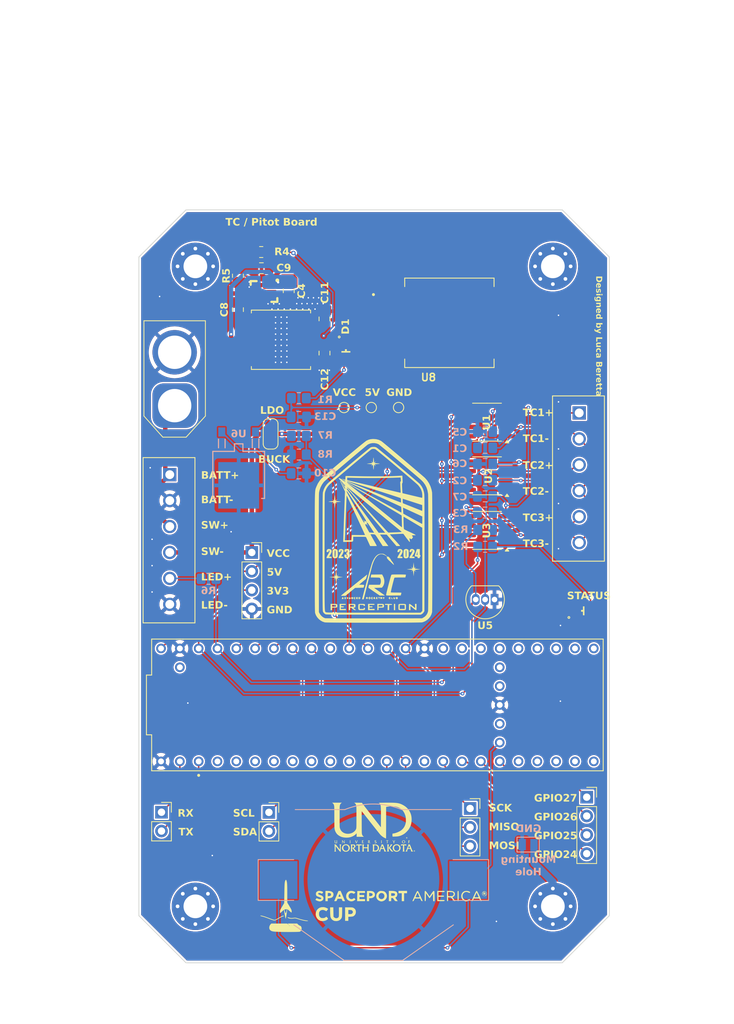
<source format=kicad_pcb>
(kicad_pcb (version 20240108) (generator "pcbnew") (generator_version "8.0")
  (layers (0 "F.Cu" signal) (31 "B.Cu" signal) (34 "B.Paste" user) (35 "F.Paste" user) (36 "B.SilkS" user "B.Silkscreen") (37 "F.SilkS" user "F.Silkscreen") (38 "B.Mask" user) (39 "F.Mask" user) (44 "Edge.Cuts" user))
  (net 0 "")
  (net 1 "GND")
  (net 2 "+3V3")
  (net 3 "+5V")
  (net 4 "+BATT")
  (net 5 "/VBAT_COIN")
  (net 6 "/T1")
  (net 7 "/VBAT_SENSE")
  (net 8 "/LED_GREEN")
  (net 9 "/DS18_TEMP")
  (net 11 "/T-")
  (net 12 "/T2")
  (net 13 "Net-(D1-PadA)")
  (net 14 "Net-(D2-PadA)")
  (net 15 "/T3")
  (net 16 "V_BUCK")
  (net 17 "V_LDO")
  (net 18 "VCC")
  (net 19 "/T1_CS")
  (net 20 "/T2_CS")
  (net 21 "/T3_CS")
  (net 22 "Net-(J3-Pin_5)")
  (net 23 "/SPI_MISO")
  (net 24 "/SPI_SCK")
  (net 25 "/SPI_MOSI")
  (net 26 "/I2C_SCL")
  (net 27 "/I2C_SDA")
  (net 28 "Net-(U4-BST)")
  (net 29 "/TX")
  (net 30 "/RX")
  (net 31 "/GPIO25")
  (net 40 "/GPIO24")
  (net 41 "/GPIO27")
  (net 47 "/GPIO26")
  (net 87 "Net-(JP2-A)")
  (net 88 "/PITOT")
  (net 89 "Net-(U4-SW)")
  (net 90 "Net-(U4-FB)")
  (footprint "Package_SO:SOIC-8_3.9x4.9mm_P1.27mm" (layer "F.Cu") (at 199.39 88.971 180)
    (property "Reference" "U3")
    (property "Value" "MAX31855KASA")
  )
  (footprint "Package_TO_SOT_THT:TO-92_Inline" (layer "F.Cu") (at 200.406 98.298 180)
    (property "Reference" "U5")
    (property "Value" "DS18B20")
  )
  (footprint "MountingHole:MountingHole_3.2mm_M3_Pad_Via" (layer "F.Cu") (at 160.02 53.34)
    (property "Reference" "H1" (hide yes))
    (property "Value" "MountingHole_Pad")
  )
  (footprint "CustomFootprintLib:AP63356 (V-DFN3020-13)" (layer "F.Cu") (at 169.285 56.73 180)
    (property "Reference" "U4" (hide yes))
    (property "Value" "AP63357" (hide yes))
  )
  (footprint "Resistor_SMD:R_0805_2012Metric_Pad1.20x1.40mm_HandSolder" (layer "F.Cu") (at 168.91 51.4096 180)
    (property "Reference" "R4")
    (property "Value" "220k")
  )
  (footprint "Package_SO:SOIC-8_3.9x4.9mm_P1.27mm" (layer "F.Cu") (at 199.39 74.366 180)
    (property "Reference" "U1")
    (property "Value" "MAX31855KASA")
  )
  (footprint "Capacitor_SMD:C_0805_2012Metric_Pad1.18x1.45mm_HandSolder" (layer "F.Cu") (at 177.4516 60.4305 90)
    (property "Reference" "C11")
    (property "Value" "22uF")
  )
  (footprint "CustomFootprintLib:IND_SRN8040TA-6R8M" (layer "F.Cu") (at 171.5786 63.246)
    (property "Reference" "L1" (hide yes))
    (property "Value" "6.8uH")
  )
  (footprint "Package_SO:SOIC-8_3.9x4.9mm_P1.27mm" (layer "F.Cu") (at 199.39 81.605 180)
    (property "Reference" "U2")
    (property "Value" "MAX31855KASA")
  )
  (footprint "TestPoint:TestPoint_Pad_D1.0mm" (layer "F.Cu") (at 187.452 72.39 90)
    (property "Reference" "TP1" (hide yes))
    (property "Value" "GND")
  )
  (footprint "LOGO" (layer "F.Cu") (at 184.15 88.9)
    (property "Reference" "G1" (hide yes))
    (property "Value" "LOGO" (hide yes))
  )
  (footprint "Skyhawkson_Footprints:OSRAM_0805" (layer "F.Cu") (at 180.34 64.77 90)
    (property "Reference" "D1")
    (property "Value" "OSRAM_LSR976-NR-1")
  )
  (footprint "Jumper:SolderJumper-3_P1.3mm_Open_RoundedPad1.0x1.5mm" (layer "F.Cu") (at 170.18 75.946 90)
    (property "Reference" "JP1" (hide yes))
    (property "Value" "Jumper_3_Open")
  )
  (footprint "Capacitor_SMD:C_0805_2012Metric_Pad1.18x1.45mm_HandSolder" (layer "F.Cu") (at 172.6256 56.642 -90)
    (property "Reference" "C4")
    (property "Value" "10uF")
  )
  (footprint "CustomFootprintLib:TERMBLOCK_OSTTE060104" (layer "F.Cu") (at 211.836 73.122 -90)
    (property "Reference" "J1" (hide yes))
    (property "Value" "Screw_Terminal_01x06" (hide yes))
  )
  (footprint "LOGO" (layer "F.Cu") (at 184.013289 139.7)
    (property "Reference" "G***" (hide yes))
    (property "Value" "LOGO" (hide yes))
  )
  (footprint "Connector_PinSocket_2.54mm:PinSocket_1x03_P2.54mm_Vertical" (layer "F.Cu") (at 197.104 126.492)
    (property "Reference" "J6" (hide yes))
    (property "Value" "SPI")
  )
  (footprint "Connector_PinSocket_2.54mm:PinSocket_1x02_P2.54mm_Vertical" (layer "F.Cu") (at 155.448 127)
    (property "Reference" "J9" (hide yes))
    (property "Value" "Serial")
  )
  (footprint "CustomFootprintLib:TERMBLOCK_OSTTE060104" (layer "F.Cu") (at 156.564 81.447 -90)
    (property "Reference" "J3" (hide yes))
    (property "Value" "Screw_Terminal_01x06" (hide yes))
  )
  (footprint "MountingHole:MountingHole_3.2mm_M3_Pad_Via" (layer "F.Cu") (at 208.28 53.34)
    (property "Reference" "H2" (hide yes))
    (property "Value" "MountingHole_Pad")
  )
  (footprint "TestPoint:TestPoint_Pad_D1.0mm" (layer "F.Cu") (at 180.086 72.39)
    (property "Reference" "TP3" (hide yes))
    (property "Value" "VIN")
  )
  (footprint "LOGO" (layer "F.Cu") (at 184.06537 129.032)
    (property "Reference" "G***" (hide yes))
    (property "Value" "LOGO" (hide yes))
  )
  (footprint "CustomFootprintLib:MODULE_DEV-16771" (layer "F.Cu") (at 184.596667 112.522)
    (property "Reference" "U7" (hide yes))
    (property "Value" "DEV-16771")
  )
  (footprint "MountingHole:MountingHole_3.2mm_M3_Pad_Via" (layer "F.Cu") (at 208.28 139.7)
    (property "Reference" "H4" (hide yes))
    (property "Value" "MountingHole_Pad")
  )
  (footprint "Capacitor_SMD:C_0805_2012Metric_Pad1.18x1.45mm_HandSolder" (layer "F.Cu") (at 168.9354 53.594 180)
    (property "Reference" "C9")
    (property "Value" "47pF")
  )
  (footprint "TestPoint:TestPoint_Pad_D1.0mm" (layer "F.Cu") (at 183.769 72.39 90)
    (property "Reference" "TP2" (hide yes))
    (property "Value" "+5V")
  )
  (footprint "Connector_AMASS:AMASS_XT60-M_1x02_P7.20mm_Vertical" (layer "F.Cu") (at 157.226 72.136 90)
    (property "Reference" "J2" (hide yes))
    (property "Value" "XT60PW-M")
  )
  (footprint "MountingHole:MountingHole_3.2mm_M3_Pad_Via" (layer "F.Cu") (at 160.02 139.7)
    (property "Reference" "H3" (hide yes))
    (property "Value" "MountingHole_Pad")
  )
  (footprint "Capacitor_SMD:C_0805_2012Metric_Pad1.18x1.45mm_HandSolder" (layer "F.Cu") (at 165.7676 59.182 -90)
    (property "Reference" "C8")
    (property "Value" "0.1u")
  )
  (footprint "SnapEDA Library:XDCR_MPXV7002DP" (layer "F.Cu") (at 194.31 60.96)
    (property "Reference" "U8")
    (property "Value" "MPXV7002DP")
  )
  (footprint "Connector_PinSocket_2.54mm:PinSocket_1x04_P2.54mm_Vertical" (layer "F.Cu") (at 212.852 124.968)
    (property "Reference" "J5" (hide yes))
    (property "Value" "GPIO")
  )
  (footprint "Skyhawkson_Footprints:OSRAM_0805" (layer "F.Cu") (at 212.344 99.822 180)
    (property "Reference" "D2" (hide yes))
    (property "Value" "OSRAM_LGR971-KN-1")
  )
  (footprint "Resistor_SMD:R_0805_2012Metric_Pad1.20x1.40mm_HandSolder" (layer "F.Cu") (at 165.7676 54.61 -90)
    (property "Reference" "R5")
    (property "Value" "41.2k")
  )
  (footprint "Connector_PinSocket_2.54mm:PinSocket_1x02_P2.54mm_Vertical" (layer "F.Cu") (at 169.951 127.02)
    (property "Reference" "J7" (hide yes))
    (property "Value" "I2C")
  )
  (footprint "Connector_PinSocket_2.54mm:PinSocket_1x04_P2.54mm_Vertical" (layer "F.Cu") (at 167.64 91.948)
    (property "Reference" "J4" (hide yes))
    (property "Value" "POWER")
  )
  (footprint "Capacitor_SMD:C_0805_2012Metric_Pad1.18x1.45mm_HandSolder" (layer "F.Cu") (at 177.4516 65.0455 -90)
    (property "Reference" "C12")
    (property "Value" "22uF")
  )
  (footprint "Capacitor_SMD:C_0805_2012Metric_Pad1.18x1.45mm_HandSolder" (layer "B.Cu") (at 199.136 84.378798 180)
    (property "Reference" "C7")
    (property "Value" "0.1uF")
  )
  (footprint "Resistor_SMD:R_0805_2012Metric_Pad1.20x1.40mm_HandSolder" (layer "B.Cu") (at 161.798 95.504)
    (property "Reference" "R6")
    (property "Value" "R")
  )
  (footprint "Battery:BatteryHolder_Keystone_3002_1x2032" (layer "B.Cu") (at 184.05 136.144 180)
    (property "Reference" "BT1" (hide yes))
    (property "Value" "Battery_Cell")
  )
  (footprint "Resistor_SMD:R_0805_2012Metric_Pad1.20x1.40mm_HandSolder" (layer "B.Cu") (at 199.136 91.186 180)
    (property "Reference" "R2")
    (property "Value" "R")
  )
  (footprint "Resistor_SMD:R_0805_2012Metric_Pad1.20x1.40mm_HandSolder" (layer "B.Cu") (at 173.99 71.12)
    (property "Reference" "R1")
    (property "Value" "R")
  )
  (footprint "Capacitor_SMD:C_0805_2012Metric_Pad1.18x1.45mm_HandSolder" (layer "B.Cu") (at 199.136 80.01 180)
    (property "Reference" "C6")
    (property "Value" "0.1uF")
  )
  (footprint "Capacitor_SMD:C_0805_2012Metric_Pad1.18x1.45mm_HandSolder" (layer "B.Cu") (at 199.136 77.825601)
    (property "Reference" "C1")
    (property "Value" "100n")
  )
  (footprint "Capacitor_SMD:C_0805_2012Metric_Pad1.18x1.45mm_HandSolder" (layer "B.Cu") (at 199.136 82.194399)
    (property "Reference" "C2")
    (property "Value" "100n")
  )
  (footprint "Resistor_SMD:R_0805_2012Metric_Pad1.20x1.40mm_HandSolder" (layer "B.Cu") (at 199.136 88.9)
    (property "Reference" "R3")
    (property "Value" "4.7k")
  )
  (footprint "CustomFootprintLib:TO-252-3-L1_NMD" (layer "B.Cu") (at 165.867999 81.4832)
    (property "Reference" "U6")
    (property "Value" "NJM7805SDL1-TE1")
  )
  (footprint "CustomFootprintLib:SolderJumper" (layer "B.Cu") (at 204.94 131.318 180)
    (property "Reference" "JP2" (hide yes))
    (property "Value" "Jumper_2_Open")
  )
  (footprint "Resistor_SMD:R_0805_2012Metric_Pad1.20x1.40mm_HandSolder" (layer "B.Cu") (at 173.99 76.22)
    (property "Reference" "R7")
    (property "Value" "200k")
  )
  (footprint "Capacitor_SMD:C_0805_2012Metric_Pad1.18x1.45mm_HandSolder" (layer "B.Cu") (at 199.136 75.641202 180)
    (property "Reference" "C5")
    (property "Value" "0.1uF")
  )
  (footprint "Capacitor_SMD:C_0805_2012Metric_Pad1.18x1.45mm_HandSolder" (layer "B.Cu") (at 199.136 86.5632)
    (property "Reference" "C3")
    (property "Value" "100n")
  )
  (footprint "Resistor_SMD:R_0805_2012Metric_Pad1.20x1.40mm_HandSolder" (layer "B.Cu") (at 173.99 78.74 180)
    (property "Reference" "R8")
    (property "Value" "100k")
  )
  (footprint "Capacitor_SMD:C_0805_2012Metric_Pad1.18x1.45mm_HandSolder" (layer "B.Cu") (at 173.99 73.66)
    (property "Reference" "C13")
    (property "Value" "0.1uF")
  )
  (footprint "Capacitor_SMD:C_0805_2012Metric_Pad1.18x1.45mm_HandSolder" (layer "B.Cu") (at 173.99 81.28)
    (property "Reference" "C10")
    (property "Value" "0.33uF")
  )
  (gr_line (start 158.75 147.32) (end 209.55 147.32) (stroke (width 0.1)) (layer "Edge.Cuts"))
  (gr_line (start 209.55 147.32) (end 215.9 140.97) (stroke (width 0.1)) (layer "Edge.Cuts"))
  (gr_line (start 152.4 52.07) (end 152.4 140.97) (stroke (width 0.1)) (layer "Edge.Cuts"))
  (gr_line (start 158.75 45.72) (end 152.4 52.07) (stroke (width 0.1)) (layer "Edge.Cuts"))
  (gr_line (start 152.4 140.97) (end 158.75 147.32) (stroke (width 0.1)) (layer "Edge.Cuts"))
  (gr_line (start 209.55 45.72) (end 158.75 45.72) (stroke (width 0.1)) (layer "Edge.Cuts"))
  (gr_line (start 215.9 52.07) (end 209.55 45.72) (stroke (width 0.1)) (layer "Edge.Cuts"))
  (gr_line (start 215.9 140.97) (end 215.9 52.07) (stroke (width 0.1)) (layer "Edge.Cuts"))
  (gr_text "Mounting\nHole" (at 204.978 135.686 0) (layer "B.SilkS") (effects (font (size 1 1) (thickness 0.2) (bold yes)) (justify bottom mirror)))
  (gr_text "GND" (at 204.978 129.844 0) (layer "B.SilkS") (effects (font (size 1 1) (thickness 0.2) (bold yes)) (justify bottom mirror)))
  (gr_text "TC / Pitot Board" (at 164.084 48.006 0) (layer "F.SilkS") (effects (font (size 1 1) (thickness 0.2) (bold yes)) (justify left bottom)))
  (gr_text "TC3+" (at 204.216 87.884 0) (layer "F.SilkS") (effects (font (size 1 1) (thickness 0.2) (bold yes)) (justify left bottom)))
  (gr_text "TC2+" (at 204.216 80.828 0) (layer "F.SilkS") (effects (font (size 1 1) (thickness 0.2) (bold yes)) (justify left bottom)))
  (gr_text "MISO" (at 199.644 129.604584 0) (layer "F.SilkS") (effects (font (size 1 1) (thickness 0.2) (bold yes)) (justify left bottom)))
  (gr_text "GPIO25" (at 205.74 130.81 0) (layer "F.SilkS") (effects (font (size 1 1) (thickness 0.2) (bold yes)) (justify left bottom)))
  (gr_text "TC3-" (at 204.216 91.384 0) (layer "F.SilkS") (effects (font (size 1 1) (thickness 0.2) (bold yes)) (justify left bottom)))
  (gr_text "TC1-" (at 204.216 77.216 0) (layer "F.SilkS") (effects (font (size 1 1) (thickness 0.2) (bold yes)) (justify left bottom)))
  (gr_text "GPIO27" (at 205.74 125.73 0) (layer "F.SilkS") (effects (font (size 1 1) (thickness 0.2) (bold yes)) (justify left bottom)))
  (gr_text "LDO" (at 168.753677 73.406001 0) (layer "F.SilkS") (effects (font (size 1 1) (thickness 0.2) (bold yes)) (justify left bottom)))
  (gr_text "RX" (at 157.621648 127.762 0) (layer "F.SilkS") (effects (font (size 1 1) (thickness 0.2) (bold yes)) (justify left bottom)))
  (gr_text "LED+" (at 160.782 95.885 0) (layer "F.SilkS") (effects (font (size 1 1) (thickness 0.2) (bold yes)) (justify left bottom)))
  (gr_text "5V" (at 182.88 70.993 0) (layer "F.SilkS") (effects (font (size 1 1) (thickness 0.2) (bold yes)) (justify left bottom)))
  (gr_text "LED-" (at 160.782 99.695 0) (layer "F.SilkS") (effects (font (size 1 1) (thickness 0.2) (bold yes)) (justify left bottom)))
  (gr_text "BUCK" (at 168.499677 80.010001 0) (layer "F.SilkS") (effects (font (size 1 1) (thickness 0.2) (bold yes)) (justify left bottom)))
  (gr_text "GND" (at 169.647 100.33 0) (layer "F.SilkS") (effects (font (size 1 1) (thickness 0.2) (bold yes)) (justify left bottom)))
  (gr_text "GPIO24" (at 205.74 133.35 0) (layer "F.SilkS") (effects (font (size 1 1) (thickness 0.2) (bold yes)) (justify left bottom)))
  (gr_text "BATT+" (at 160.782 82.169 0) (layer "F.SilkS") (effects (font (size 1 1) (thickness 0.2) (bold yes)) (justify left bottom)))
  (gr_text "SCL" (at 165.1 127.762 0) (layer "F.SilkS") (effects (font (size 1 1) (thickness 0.2) (bold yes)) (justify left bottom)))
  (gr_text "SDA" (at 165.1 130.302 0) (layer "F.SilkS") (effects (font (size 1 1) (thickness 0.2) (bold yes)) (justify left bottom)))
  (gr_text "SW+" (at 160.782 88.9 0) (layer "F.SilkS") (effects (font (size 1 1) (thickness 0.2) (bold yes)) (justify left bottom)))
  (gr_text "TX" (at 157.734 130.302 0) (layer "F.SilkS") (effects (font (size 1 1) (thickness 0.2) (bold yes)) (justify left bottom)))
  (gr_text "VCC" (at 178.562 70.993 0) (layer "F.SilkS") (effects (font (size 1 1) (thickness 0.2) (bold yes)) (justify left bottom)))
  (gr_text "TC1+" (at 204.216 73.716 0) (layer "F.SilkS") (effects (font (size 1 1) (thickness 0.2) (bold yes)) (justify left bottom)))
  (gr_text "VCC" (at 169.647 92.71 0) (layer "F.SilkS") (effects (font (size 1 1) (thickness 0.2) (bold yes)) (justify left bottom)))
  (gr_text "TC2-" (at 204.216 84.328 0) (layer "F.SilkS") (effects (font (size 1 1) (thickness 0.2) (bold yes)) (justify left bottom)))
  (gr_text "SCK" (at 199.644 127.064584 0) (layer "F.SilkS") (effects (font (size 1 1) (thickness 0.2) (bold yes)) (justify left bottom)))
  (gr_text "BATT-" (at 160.782 85.471 0) (layer "F.SilkS") (effects (font (size 1 1) (thickness 0.2) (bold yes)) (justify left bottom)))
  (gr_text "Designed by Luca Beretta" (at 213.995 54.61 -90) (layer "F.SilkS") (effects (font (size 0.8 0.8) (thickness 0.2) (bold yes)) (justify left bottom)))
  (gr_text "3V3" (at 169.647 97.79 0) (layer "F.SilkS") (effects (font (size 1 1) (thickness 0.2) (bold yes)) (justify left bottom)))
  (gr_text "SW-" (at 160.782 92.456 0) (layer "F.SilkS") (effects (font (size 1 1) (thickness 0.2) (bold yes)) (justify left bottom)))
  (gr_text "GPIO26" (at 205.74 128.27 0) (layer "F.SilkS") (effects (font (size 1 1) (thickness 0.2) (bold yes)) (justify left bottom)))
  (gr_text "5V" (at 169.672 95.25 0) (layer "F.SilkS") (effects (font (size 1 1) (thickness 0.2) (bold yes)) (justify left bottom)))
  (gr_text "GND\n" (at 185.801 70.995168 0) (layer "F.SilkS") (effects (font (size 1 1) (thickness 0.2) (bold yes)) (justify left bottom)))
  (gr_text "MOSI" (at 199.644 132.144584 0) (layer "F.SilkS") (effects (font (size 1 1) (thickness 0.2) (bold yes)) (justify left bottom)))
  (gr_text "STATUS" (at 210.185 98.425 0) (layer "F.SilkS") (effects (font (size 1 1) (thickness 0.2) (bold yes)) (justify left bottom)))
  (segment (start 200.846055 76.733914) (end 201.402086 76.733914) (width 0.2) (layer "F.Cu") (net 1))
  (segment (start 201.402086 76.733914) (end 201.865 76.271) (width 0.2) (layer "F.Cu") (net 1))
  (via (at 172.367603 66.294) (size 0.5) (drill 0.2) (layers "F.Cu" "B.Cu") (net 1))
  (via (at 176.6642 57.5818) (size 0.5) (drill 0.2) (layers "F.Cu" "B.Cu") (net 1))
  (via (at 171.6096 62.484) (size 0.5) (drill 0.2) (layers "F.Cu" "B.Cu") (net 1))
  (via (at 171.3556 58.3946) (size 0.5) (drill 0.2) (layers "F.Cu" "B.Cu") (net 1))
  (via (at 171.6096 64.008) (size 0.5) (drill 0.2) (layers "F.Cu" "B.Cu") (net 1))
  (via (at 175.2672 57.5818) (size 0.5) (drill 0.2) (layers "F.Cu" "B.Cu") (net 1))
  (via (at 155.194 57.404) (size 0.5) (drill 0.2) (layers "F.Cu" "B.Cu") (net 1))
  (via (at 170.8476 60.198) (size 0.5) (drill 0.2) (layers "F.Cu" "B.Cu") (net 1))
  (via (at 209.042 71.628) (size 0.5) (drill 0.2) (layers "F.Cu" "B.Cu") (net 1))
  (via (at 154.178 97.282) (size 0.5) (drill 0.2) (layers "F.Cu" "B.Cu") (net 1))
  (via (at 200.66 141.732) (size 0.5) (drill 0.2) (layers "F.Cu" "B.Cu") (net 1))
  (via (at 171.18869 59.1058) (size 0.5) (drill 0.2) (layers "F.Cu" "B.Cu") (net 1))
  (via (at 209.042 77.978) (size 0.5) (drill 0.2) (layers "F.Cu" "B.Cu") (net 1))
  (via (at 177.2738 58.3692) (size 0.5) (drill 0.2) (layers "F.Cu" "B.Cu") (net 1))
  (via (at 173.8702 57.5818) (size 0.5) (drill 0.2) (layers "F.Cu" "B.Cu") (net 1))
  (via (at 172.3716 60.96) (size 0.5) (drill 0.2) (layers "F.Cu" "B.Cu") (net 1))
  (via (at 209.042 85.344) (size 0.5) (drill 0.2) (layers "F.Cu" "B.Cu") (net 1))
  (via (at 209.042 59.944) (size 0.5) (drill 0.2) (layers "F.Cu" "B.Cu") (net 1))
  (via (at 174.512458 59.1058) (size 0.5) (drill 0.2) (layers "F.Cu" "B.Cu") (net 1))
  (via (at 171.6096 61.722) (size 0.5) (drill 0.2) (layers "F.Cu" "B.Cu") (net 1))
  (via (at 178.112 67.3608) (size 0.5) (drill 0.2) (layers "F.Cu" "B.Cu") (net 1))
  (via (at 172.3716 60.198) (size 0.5) (drill 0.2) (layers "F.Cu" "B.Cu") (net 1))
  (via (at 171.6096 60.198) (size 0.5) (drill 0.2) (layers "F.Cu" "B.Cu") (net 1))
  (via (at 164.846 89.154) (size 0.5) (drill 0.2) (layers "F.Cu" "B.Cu") (net 1))
  (via (at 176.7404 67.3608) (size 0.5) (drill 0.2) (layers "F.Cu" "B.Cu") (net 1))
  (via (at 172.3716 62.484) (size 0.5) (drill 0.2) (layers "F.Cu" "B.Cu") (net 1))
  (via (at 154.178 90.17) (size 0.5) (drill 0.2) (layers "F.Cu" "B.Cu") (net 1))
  (via (at 174.4036 58.3692) (size 0.5) (drill 0.2) (layers "F.Cu" "B.Cu") (net 1))
  (via (at 170.8476 61.722) (size 0.5) (drill 0.2) (layers "F.Cu" "B.Cu") (net 1))
  (via (at 172.3716 64.008) (size 0.5) (drill 0.2) (layers "F.Cu" "B.Cu") (net 1))
  (via (at 172.019632 59.1058) (size 0.5) (drill 0.2) (layers "F.Cu" "B.Cu") (net 1))
  (via (at 173.7051 58.3692) (size 0.5) (drill 0.2) (layers "F.Cu" "B.Cu") (net 1))
  (via (at 172.3716 65.532) (size 0.5) (drill 0.2) (layers "F.Cu" "B.Cu") (net 1))
  (via (at 209.308897 101.799529) (size 0.5) (drill 0.2) (layers "F.Cu" "B.Cu") (net 1))
  (via (at 175.3434 59.1058) (size 0.5) (drill 0.2) (layers "F.Cu" "B.Cu") (net 1))
  (via (at 172.3716 61.722) (size 0.5) (drill 0.2) (layers "F.Cu" "B.Cu") (net 1))
  (via (at 167.2916 56.134) (size 0.5) (drill 0.2) (layers "F.Cu" "B.Cu") (net 1))
  (via (at 170.8476 62.484) (size 0.5) (drill 0.2) (layers "F.Cu" "B.Cu") (net 1))
  (via (at 170.8476 64.77) (size 0.5) (drill 0.2) (layers "F.Cu" "B.Cu") (net 1))
  (via (at 176.4991 58.3692) (size 0.5) (drill 0.2) (layers "F.Cu" "B.Cu") (net 1))
  (via (at 174.5687 57.5818) (size 0.5) (drill 0.2) (layers "F.Cu" "B.Cu") (net 1))
  (via (at 171.6096 66.294) (size 0.5) (drill 0.2) (layers "F.Cu" "B.Cu") (net 1))
  (via (at 162.306 132.842) (size 0.5) (drill 0.2) (layers "F.Cu" "B.Cu") (net 1))
  (via (at 171.6096 60.96) (size 0.5) (drill 0.2) (layers "F.Cu" "B.Cu") (net 1))
  (via (at 170.5936 58.3946) (size 0.5) (drill 0.2) (layers "F.Cu" "B.Cu") (net 1))
  (via (at 175.9657 57.5818) (size 0.5) (drill 0.2) (layers "F.Cu" "B.Cu") (net 1))
  (via (at 172.3716 64.77) (size 0.5) (drill 0.2) (layers "F.Cu" "B.Cu") (net 1))
  (via (at 209.042 91.44) (size 0.5) (drill 0.2) (layers "F.Cu" "B.Cu") (net 1))
  (via (at 169.8316 58.3946) (size 0.5) (drill 0.2) (layers "F.Cu" "B.Cu") (net 1))
  (via (at 209.296 112.014) (size 0.5) (drill 0.2) (layers "F.Cu" "B.Cu") (net 1))
  (via (at 172.850574 59.1058) (size 0.5) (drill 0.2) (layers "F.Cu" "B.Cu") (net 1))
  (via (at 172.3716 63.246) (size 0.5) (drill 0.2) (layers "F.Cu" "B.Cu") (net 1))
  (via (at 170.8476 60.96) (size 0.5) (drill 0.2) (layers "F.Cu" "B.Cu") (net 1))
  (via (at 170.357748 59.1058) (size 0.5) (drill 0.2) (layers "F.Cu" "B.Cu") (net 1))
  (via (at 171.6096 63.246) (size 0.5) (drill 0.2) (layers "F.Cu" "B.Cu") (net 1))
  (via (at 176.174348 59.1058) (size 0.5) (drill 0.2) (layers "F.Cu" "B.Cu") (net 1))
  (via (at 159.004 112.268) (size 0.5) (drill 0.2) (layers "F.Cu" "B.Cu") (net 1))
  (via (at 167.2916 55.4482) (size 0.5) (drill 0.2) (layers "F.Cu" "B.Cu") (net 1))
  (via (at 200.846055 76.733914) (size 0.5) (drill 0.2) (layers "F.Cu" "B.Cu") (net 1))
  (via (at 170.8476 63.246) (size 0.5) (drill 0.2) (layers "F.Cu" "B.Cu") (net 1))
  (via (at 170.8476 64.008) (size 0.5) (drill 0.2) (layers "F.Cu" "B.Cu") (net 1))
  (via (at 170.8476 65.532) (size 0.5) (drill 0.2) (layers "F.Cu" "B.Cu") (net 1))
  (via (at 153.924 80.518) (size 0.5) (drill 0.2) (layers "F.Cu" "B.Cu") (net 1))
  (via (at 171.6096 65.532) (size 0.5) (drill 0.2) (layers "F.Cu" "B.Cu") (net 1))
  (via (at 175.8006 58.3692) (size 0.5) (drill 0.2) (layers "F.Cu" "B.Cu") (net 1))
  (via (at 177.4008 67.3608) (size 0.5) (drill 0.2) (layers "F.Cu" "B.Cu") (net 1))
  (via (at 175.1021 58.3692) (size 0.5) (drill 0.2) (layers "F.Cu" "B.Cu") (net 1))
  (via (at 154.178 93.726) (size 0.5) (drill 0.2) (layers "F.Cu" "B.Cu") (net 1))
  (via (at 173.681516 59.1058) (size 0.5) (drill 0.2) (layers "F.Cu" "B.Cu") (net 1))
  (via (at 171.6096 64.77) (size 0.5) (drill 0.2) (layers "F.Cu" "B.Cu") (net 1))
  (via (at 170.8476 66.294) (size 0.5) (drill 0.2) (layers "F.Cu" "B.Cu") (net 1))
  (segment (start 169.5522 58.3946) (end 169.8316 58.3946) (width 0.2) (layer "B.Cu") (net 1))
  (segment (start 199.487301 76.733914) (end 198.394589 75.641202) (width 0.2) (layer "B.Cu") (net 1))
  (segment (start 198.394589 75.641202) (end 198.0985 75.641202) (width 0.2) (layer "B.Cu") (net 1))
  (segment (start 167.2916 56.134) (end 169.5522 58.3946) (width 0.2) (layer "B.Cu") (net 1))
  (segment (start 200.846055 76.733914) (end 199.487301 76.733914) (width 0.2) (layer "B.Cu") (net 1))
  (segment (start 201.93 87.001) (end 201.865 87.066) (width 0.2) (layer "F.Cu") (net 2))
  (segment (start 197.358 98.806) (end 197.866 98.298) (width 0.2) (layer "F.Cu") (net 2))
  (segment (start 203.708 79.756) (end 201.921 79.756) (width 0.2) (layer "F.Cu") (net 2))
  (segment (start 201.93 85.598) (end 201.93 87.001) (width 0.2) (layer "F.Cu") (net 2))
  (segment (start 200.589 72.461) (end 200.152 72.898) (width 0.2) (layer "F.Cu") (net 2))
  (segment (start 196.088 110.998) (end 197.358 109.728) (width 0.2) (layer "F.Cu") (net 2))
  (segment (start 160.466667 102.677333) (end 166.116 97.028) (width 0.2) (layer "F.Cu") (net 2))
  (segment (start 204.907 72.461) (end 204.978 72.39) (width 0.2) (layer "F.Cu") (net 2))
  (segment (start 201.921 79.756) (end 201.865 79.7) (width 0.2) (layer "F.Cu") (net 2))
  (segment (start 197.358 109.728) (end 197.358 98.806) (width 0.2) (layer "F.Cu") (net 2))
  (segment (start 160.466667 104.902) (end 160.466667 102.677333) (width 0.2) (layer "F.Cu") (net 2))
  (segment (start 166.116 97.028) (end 167.64 97.028) (width 0.2) (layer "F.Cu") (net 2))
  (segment (start 201.865 72.461) (end 204.907 72.461) (width 0.2) (layer "F.Cu") (net 2))
  (segment (start 201.865 72.461) (end 200.589 72.461) (width 0.2) (layer "F.Cu") (net 2))
  (via (at 203.708 79.756) (size 0.5) (drill 0.2) (layers "F.Cu" "B.Cu") (net 2))
  (via (at 204.978 72.39) (size 0.5) (drill 0.2) (layers "F.Cu" "B.Cu") (net 2))
  (via (at 196.088 110.998) (size 0.5) (drill 0.2) (layers "F.Cu" "B.Cu") (net 2))
  (via (at 200.152 72.898) (size 0.5) (drill 0.2) (layers "F.Cu" "B.Cu") (net 2))
  (via (at 201.93 85.598) (size 0.5) (drill 0.2) (layers "F.Cu" "B.Cu") (net 2))
  (segment (start 203.454 85.598) (end 201.93 85.598) (width 0.2) (layer "B.Cu") (net 2))
  (segment (start 204.978 84.074) (end 203.454 85.598) (width 0.2) (layer "B.Cu") (net 2))
  (segment (start 203.454 80.01) (end 203.708 79.756) (width 0.2) (layer "B.Cu") (net 2))
  (segment (start 197.866 94.742) (end 197.866 98.298) (width 0.2) (layer "B.Cu") (net 2))
  (segment (start 204.724 79.756) (end 204.978 79.502) (width 0.2) (layer "B.Cu") (net 2))
  (segment (start 200.1735 72.9195) (end 200.1735 75.641202) (width 0.2) (layer "B.Cu") (net 2))
  (segment (start 201.93 85.598) (end 201.93 85.09) (width 0.2) (layer "B.Cu") (net 2))
  (segment (start 198.136 88.9) (end 196.596 90.44) (width 0.2) (layer "B.Cu") (net 2))
  (segment (start 200.152 72.898) (end 200.1735 72.9195) (width 0.2) (layer "B.Cu") (net 2))
  (segment (start 201.93 85.09) (end 201.218798 84.378798) (width 0.2) (layer "B.Cu") (net 2))
  (segment (start 198.136 88.9) (end 199.286 87.75) (width 0.2) (layer "B.Cu") (net 2))
  (segment (start 204.978 80.01) (end 204.978 84.074) (width 0.2) (layer "B.Cu") (net 2))
  (segment (start 201.218798 84.378798) (end 200.1735 84.378798) (width 0.2) (layer "B.Cu") (net 2))
  (segment (start 200.1735 80.01) (end 203.454 80.01) (width 0.2) (layer "B.Cu") (net 2))
  (segment (start 203.708 79.756) (end 204.724 79.756) (width 0.2) (layer "B.Cu") (net 2))
  (segment (start 204.978 79.502) (end 204.978 80.01) (width 0.2) (layer "B.Cu") (net 2))
  (segment (start 204.978 72.39) (end 204.978 79.502) (width 0.2) (layer "B.Cu") (net 2))
  (segment (start 199.286 87.75) (end 199.286 85.266298) (width 0.2) (layer "B.Cu") (net 2))
  (segment (start 196.596 90.44) (end 196.596 93.472) (width 0.2) (layer "B.Cu") (net 2))
  (segment (start 160.466667 104.902) (end 166.562667 110.998) (width 0.2) (layer "B.Cu") (net 2))
  (segment (start 204.724 79.756) (end 204.978 80.01) (width 0.2) (layer "B.Cu") (net 2))
  (segment (start 196.596 93.472) (end 197.866 94.742) (width 0.2) (layer "B.Cu") (net 2))
  (segment (start 166.562667 110.998) (end 196.088 110.998) (width 0.2) (layer "B.Cu") (net 2))
  (segment (start 199.286 85.266298) (end 200.1735 84.378798) (width 0.2) (layer "B.Cu") (net 2))
  (segment (start 169.870709 51.448891) (end 169.6935 51.6261) (width 0.2) (layer "F.Cu") (net 3))
  (segment (start 185.93 59.69) (end 182.88 59.69) (width 0.2) (layer "F.Cu") (net 3))
  (segment (start 173.2534 51.5366) (end 173.165691 51.448891) (width 0.2) (layer "F.Cu") (net 3))
  (segment (start 173.165691 51.448891) (end 169.870709 51.448891) (width 0.2) (layer "F.Cu") (net 3))
  (segment (start 180.3726 59.69) (end 177.35 62.7126) (width 0.2) (layer "F.Cu") (net 3))
  (segment (start 155.386667 104.902) (end 165.800667 94.488) (width 0.2) (layer "F.Cu") (net 3))
  (segment (start 181.864 72.39) (end 183.769 72.39) (width 0.2) (layer "F.Cu") (net 3))
  (segment (start 182.88 59.69) (end 182.118 59.69) (width 0.2) (layer "F.Cu") (net 3))
  (segment (start 165.800667 94.488) (end 167.64 94.488) (width 0.2) (layer "F.Cu") (net 3))
  (segment (start 167.64 94.488) (end 183.769 78.359) (width 0.2) (layer "F.Cu") (net 3))
  (segment (start 183.769 78.359) (end 183.769 72.39) (width 0.2) (layer "F.Cu") (net 3))
  (segment (start 183.769 72.39) (end 183.769 67.437) (width 0.2) (layer "F.Cu") (net 3))
  (segment (start 182.118 59.69) (end 180.3726 59.69) (width 0.2) (layer "F.Cu") (net 3))
  (segment (start 182.372 59.944) (end 182.626 59.69) (width 0.2) (layer "F.Cu") (net 3))
  (segment (start 182.372 66.04) (end 182.372 59.944) (width 0.2) (layer "F.Cu") (net 3))
  (segment (start 182.372 59.944) (end 182.118 59.69) (width 0.2) (layer "F.Cu") (net 3))
  (segment (start 169.6935 51.6261) (end 169.6935 53.594) (width 0.2) (layer "F.Cu") (net 3))
  (segment (start 182.626 59.69) (end 182.88 59.69) (width 0.2) (layer "F.Cu") (net 3))
  (segment (start 183.769 67.437) (end 182.372 66.04) (width 0.2) (layer "F.Cu") (net 3))
  (via (at 177.35 62.7126) (size 0.5) (drill 0.2) (layers "F.Cu" "B.Cu") (net 3))
  (via (at 181.864 72.39) (size 0.5) (drill 0.2) (layers "F.Cu" "B.Cu") (net 3))
  (via (at 173.2534 51.5366) (size 0.6) (drill 0.3) (layers "F.Cu" "B.Cu") (net 3))
  (segment (start 173.2065 72.39) (end 181.864 72.39) (width 0.2) (layer "B.Cu") (net 3))
  (segment (start 178.5692 56.8524) (end 178.5692 61.4934) (width 0.2) (layer "B.Cu") (net 3))
  (segment (start 178.5692 61.4934) (end 177.35 62.7126) (width 0.2) (layer "B.Cu") (net 3))
  (segment (start 172.9525 73.66) (end 172.9525 72.644) (width 0.2) (layer "B.Cu") (net 3))
  (segment (start 168.148 75.692) (end 170.18 73.66) (width 0.2) (layer "B.Cu") (net 3))
  (segment (start 173.2534 51.5366) (end 178.5692 56.8524) (width 0.2) (layer "B.Cu") (net 3))
  (segment (start 173.2065 72.39) (end 172.9525 72.136) (width 0.2) (layer "B.Cu") (net 3))
  (segment (start 172.9525 72.136) (end 172.9525 71.1575) (width 0.2) (layer "B.Cu") (net 3))
  (segment (start 172.9525 72.644) (end 173.2065 72.39) (width 0.2) (layer "B.Cu") (net 3))
  (segment (start 170.18 73.66) (end 172.9525 73.66) (width 0.2) (layer "B.Cu") (net 3))
  (segment (start 172.9525 73.66) (end 172.9525 72.136) (width 0.2) (layer "B.Cu") (net 3))
  (segment (start 172.9525 71.1575) (end 172.99 71.12) (width 0.2) (layer "B.Cu") (net 3))
  (segment (start 154.178 86.061) (end 156.564 88.447) (width 0.6) (layer "F.Cu") (net 4))
  (segment (start 156.551 81.447) (end 154.178 83.82) (width 0.6) (layer "F.Cu") (net 4))
  (segment (start 157.226 72.136) (end 155.956 73.406) (width 0.6) (layer "F.Cu") (net 4))
  (segment (start 154.178 83.82) (end 154.178 86.061) (width 0.6) (layer "F.Cu") (net 4))
  (segment (start 156.564 81.447) (end 156.551 81.447) (width 0.6) (layer "F.Cu") (net 4))
  (segment (start 155.956 73.406) (end 155.956 80.839) (width 0.6) (layer "F.Cu") (net 4))
  (segment (start 155.956 80.839) (end 156.564 81.447) (width 0.6) (layer "F.Cu") (net 4))
  (segment (start 172.974 145.288) (end 173.482 145.288) (width 0.2) (layer "F.Cu") (net 5))
  (segment (start 173.482 145.288) (end 194.056 145.288) (width 0.2) (layer "F.Cu") (net 5))
  (via (at 172.974 145.288) (size 0.5) (drill 0.2) (layers "F.Cu" "B.Cu") (net 5))
  (via (at 194.056 145.288) (size 0.5) (drill 0.2) (layers "F.Cu" "B.Cu") (net 5))
  (segment (start 171.25 143.564) (end 172.974 145.288) (width 0.2) (layer "B.Cu") (net 5))
  (segment (start 199.898 134.112) (end 199.898 118.810667) (width 0.2) (layer "B.Cu") (net 5))
  (segment (start 171.25 137.16) (end 171.25 143.564) (width 0.2) (layer "B.Cu") (net 5))
  (segment (start 194.056 145.288) (end 196.85 142.494) (width 0.2) (layer "B.Cu") (net 5))
  (segment (start 196.85 137.16) (end 199.898 134.112) (width 0.2) (layer "B.Cu") (net 5))
  (segment (start 196.85 142.494) (end 196.85 137.16) (width 0.2) (layer "B.Cu") (net 5))
  (segment (start 199.898 118.810667) (end 201.106667 117.602) (width 0.2) (layer "B.Cu") (net 5))
  (segment (start 199.136 75.485001) (end 200.890001 73.731) (width 0.2) (layer "F.Cu") (net 6))
  (segment (start 203.809 73.122) (end 203.2 73.731) (width 0.2) (layer "F.Cu") (net 6))
  (segment (start 200.890001 73.731) (end 201.865 73.731) (width 0.2) (layer "F.Cu") (net 6))
  (segment (start 211.836 73.122) (end 203.809 73.122) (width 0.2) (layer "F.Cu") (net 6))
  (segment (start 203.2 73.731) (end 201.865 73.731) (width 0.2) (layer "F.Cu") (net 6))
  (segment (start 199.136 76.292513) (end 199.136 75.485001) (width 0.2) (layer "F.Cu") (net 6))
  (segment (start 198.639457 76.789056) (end 199.136 76.292513) (width 0.2) (layer "F.Cu") (net 6))
  (via (at 198.639457 76.789056) (size 0.5) (drill 0.2) (layers "F.Cu" "B.Cu") (net 6))
  (segment (start 198.639457 76.789056) (end 198.0985 77.330013) (width 0.2) (layer "B.Cu") (net 6))
  (segment (start 198.0985 77.330013) (end 198.0985 77.825601) (width 0.2) (layer "B.Cu") (net 6))
  (segment (start 183.326667 104.902) (end 178.816 100.391333) (width 0.2) (layer "F.Cu") (net 7))
  (via (at 178.816 100.391333) (size 0.5) (drill 0.2) (layers "F.Cu" "B.Cu") (net 7))
  (segment (start 178.816 82.566) (end 174.99 78.74) (width 0.2) (layer "B.Cu") (net 7))
  (segment (start 178.816 100.391333) (end 178.816 82.566) (width 0.2) (layer "B.Cu") (net 7))
  (segment (start 174.99 76.22) (end 174.99 78.74) (width 0.2) (layer "B.Cu") (net 7))
  (segment (start 193.294 109.474) (end 194.818 107.95) (width 0.2) (layer "F.Cu") (net 8))
  (segment (start 194.818 107.95) (end 194.818 96.774) (width 0.2) (layer "F.Cu") (net 8))
  (segment (start 194.818 96.774) (end 198.12 93.472) (width 0.2) (layer "F.Cu") (net 8))
  (segment (start 198.12 93.472) (end 198.12 92.964) (width 0.2) (layer "F.Cu") (net 8))
  (via (at 193.294 109.474) (size 0.5) (drill 0.2) (layers "F.Cu" "B.Cu") (net 8))
  (via (at 198.12 92.964) (size 0.5) (drill 0.2) (layers "F.Cu" "B.Cu") (net 8))
  (segment (start 198.136 91.186) (end 198.136 92.948) (width 0.2) (layer "B.Cu") (net 8))
  (segment (start 198.136 92.948) (end 198.12 92.964) (width 0.2) (layer "B.Cu") (net 8))
  (segment (start 193.294 109.474) (end 167.578667 109.474) (width 0.2) (layer "B.Cu") (net 8))
  (segment (start 162.798 95.504) (end 162.798 104.693333) (width 0.2) (layer "B.Cu") (net 8))
  (segment (start 167.578667 109.474) (end 163.006667 104.902) (width 0.2) (layer "B.Cu") (net 8))
  (segment (start 162.798 104.693333) (end 163.006667 104.902) (width 0.2) (layer "B.Cu") (net 8))
  (segment (start 197.358 106.68) (end 197.358 101.346) (width 0.2) (layer "B.Cu") (net 9))
  (segment (start 199.136 89.9) (end 199.136 98.298) (width 0.2) (layer "B.Cu") (net 9))
  (segment (start 199.136 99.568) (end 199.136 98.298) (width 0.2) (layer "B.Cu") (net 9))
  (segment (start 196.342 107.696) (end 197.358 106.68) (width 0.2) (layer "B.Cu") (net 9))
  (segment (start 197.358 101.346) (end 199.136 99.568) (width 0.2) (layer "B.Cu") (net 9))
  (segment (start 188.660667 107.696) (end 196.342 107.696) (width 0.2) (layer "B.Cu") (net 9))
  (segment (start 200.136 88.9) (end 199.136 89.9) (width 0.2) (layer "B.Cu") (net 9))
  (segment (start 185.866667 104.902) (end 188.660667 107.696) (width 0.2) (layer "B.Cu") (net 9))
  (segment (start 203.962 82.24) (end 201.865 82.24) (width 0.2) (layer "F.Cu") (net 11))
  (segment (start 214.122 88.392) (end 214.122 85.908) (width 0.2) (layer "F.Cu") (net 11))
  (segment (start 201.865 75.001) (end 203.962 75.001) (width 0.2) (layer "F.Cu") (net 11))
  (segment (start 211.836 83.622) (end 213.868 81.59) (width 0.2) (layer "F.Cu") (net 11))
  (segment (start 203.962 75.001) (end 210.215 75.001) (width 0.2) (layer "F.Cu") (net 11))
  (segment (start 214.122 85.908) (end 211.836 83.622) (width 0.2) (layer "F.Cu") (net 11))
  (segment (start 211.836 90.622) (end 210.82 89.606) (width 0.2) (layer "F.Cu") (net 11))
  (segment (start 213.868 81.59) (end 213.868 78.654) (width 0.2) (layer "F.Cu") (net 11))
  (segment (start 210.215 75.001) (end 211.836 76.622) (width 0.2) (layer "F.Cu") (net 11))
  (segment (start 210.454 82.24) (end 203.962 82.24) (width 0.2) (layer "F.Cu") (net 11))
  (segment (start 211.836 83.622) (end 210.454 82.24) (width 0.2) (layer "F.Cu") (net 11))
  (segment (start 213.092 89.422) (end 214.122 88.392) (width 0.2) (layer "F.Cu") (net 11))
  (segment (start 211.836 90.622) (end 213.036 89.422) (width 0.2) (layer "F.Cu") (net 11))
  (segment (start 213.036 89.422) (end 213.092 89.422) (width 0.2) (layer "F.Cu") (net 11))
  (segment (start 213.868 78.654) (end 211.836 76.622) (width 0.2) (layer "F.Cu") (net 11))
  (segment (start 203.962 89.606) (end 201.865 89.606) (width 0.2) (layer "F.Cu") (net 11))
  (segment (start 210.82 89.606) (end 203.962 89.606) (width 0.2) (layer "F.Cu") (net 11))
  (via (at 203.962 89.606) (size 0.5) (drill 0.2) (layers "F.Cu" "B.Cu") (net 11))
  (via (at 203.962 75.001) (size 0.5) (drill 0.2) (layers "F.Cu" "B.Cu") (net 11))
  (via (at 203.962 82.24) (size 0.5) (drill 0.2) (layers "F.Cu" "B.Cu") (net 11))
  (segment (start 203.916399 82.194399) (end 203.962 82.24) (width 0.2) (layer "B.Cu") (net 11))
  (segment (start 200.9192 86.5632) (end 203.962 89.606) (width 0.2) (layer "B.Cu") (net 11))
  (segment (start 201.137399 77.825601) (end 203.962 75.001) (width 0.2) (layer "B.Cu") (net 11))
  (segment (start 200.1735 86.5632) (end 200.9192 86.5632) (width 0.2) (layer "B.Cu") (net 11))
  (segment (start 200.1735 82.194399) (end 203.916399 82.194399) (width 0.2) (layer "B.Cu") (net 11))
  (segment (start 200.1735 77.825601) (end 201.137399 77.825601) (width 0.2) (layer "B.Cu") (net 11))
  (segment (start 210.622 80.97) (end 201.865 80.97) (width 0.2) (layer "F.Cu") (net 12))
  (segment (start 198.93577 80.97) (end 201.865 80.97) (width 0.2) (layer "F.Cu") (net 12))
  (segment (start 211.47 80.122) (end 210.622 80.97) (width 0.2) (layer "F.Cu") (net 12))
  (segment (start 198.866615 81.039155) (end 198.93577 80.97) (width 0.2) (layer "F.Cu") (net 12))
  (segment (start 211.836 80.122) (end 211.47 80.122) (width 0.2) (layer "F.Cu") (net 12))
  (via (at 198.866615 81.039155) (size 0.5) (drill 0.2) (layers "F.Cu" "B.Cu") (net 12))
  (segment (start 198.0985 81.3015) (end 198.0985 82.194399) (width 0.2) (layer "B.Cu") (net 12))
  (segment (start 198.360845 81.039155) (end 198.0985 81.3015) (width 0.2) (layer "B.Cu") (net 12))
  (segment (start 198.866615 81.039155) (end 198.360845 81.039155) (width 0.2) (layer "B.Cu") (net 12))
  (segment (start 180.086 66.074) (end 180.34 65.82) (width 0.2) (layer "F.Cu") (net 13))
  (segment (start 180.086 67.31) (end 180.086 66.074) (width 0.2) (layer "F.Cu") (net 13))
  (via (at 180.086 67.31) (size 0.5) (drill 0.2) (layers "F.Cu" "B.Cu") (net 13))
  (segment (start 176.276 71.12) (end 180.086 67.31) (width 0.2) (layer "B.Cu") (net 13))
  (segment (start 174.99 71.12) (end 176.276 71.12) (width 0.2) (layer "B.Cu") (net 13))
  (segment (start 213.36 99.788) (end 213.394 99.822) (width 0.2) (layer "F.Cu") (net 14))
  (segment (start 213.36 98.044) (end 213.36 99.788) (width 0.2) (layer "F.Cu") (net 14))
  (via (at 213.36 98.044) (size 0.5) (drill 0.2) (layers "F.Cu" "B.Cu") (net 14))
  (segment (start 200.136 91.186) (end 206.502 91.186) (width 0.2) (layer "B.Cu") (net 14))
  (segment (start 206.502 91.186) (end 213.36 98.044) (width 0.2) (layer "B.Cu") (net 14))
  (segment (start 200.688 88.336) (end 201.865 88.336) (width 0.2) (layer "F.Cu") (net 15))
  (segment (start 211.836 87.122) (end 210.622 88.336) (width 0.2) (layer "F.Cu") (net 15))
  (segment (start 198.204 85.852) (end 200.688 88.336) (width 0.2) (layer "F.Cu") (net 15))
  (segment (start 210.622 88.336) (end 201.865 88.336) (width 0.2) (layer "F.Cu") (net 15))
  (segment (start 196.596 85.852) (end 198.204 85.852) (width 0.2) (layer "F.Cu") (net 15))
  (via (at 196.596 85.852) (size 0.5) (drill 0.2) (layers "F.Cu" "B.Cu") (net 15))
  (segment (start 197.3072 86.5632) (end 196.596 85.852) (width 0.2) (layer "B.Cu") (net 15))
  (segment (start 198.0985 86.5632) (end 197.3072 86.5632) (width 0.2) (layer "B.Cu") (net 15))
  (segment (start 168.91 55.88) (end 169.86 55.88) (width 0.2) (layer "F.Cu") (net 16))
  (segment (start 169.86 55.88) (end 169.96 55.98) (width 0.2) (layer "F.Cu") (net 16))
  (segment (start 164.846 69.312) (end 164.846 62.484) (width 0.6) (layer "F.Cu") (net 16))
  (segment (start 170.18 74.646) (end 164.846 69.312) (width 0.6) (layer "F.Cu") (net 16))
  (via (at 171.196 55.499) (size 0.6) (drill 0.3) (layers "F.Cu" "B.Cu") (net 16))
  (via (at 164.846 62.484) (size 0.6) (drill 0.3) (layers "F.Cu" "B.Cu") (net 16))
  (segment (start 164.846 56.134) (end 166.878 54.102) (width 0.6) (layer "B.Cu") (net 16))
  (segment (start 164.846 62.484) (end 164.846 56.134) (width 0.6) (layer "B.Cu") (net 16))
  (segment (start 169.926 54.102) (end 171.196 55.372) (width 0.6) (layer "B.Cu") (net 16))
  (segment (start 171.196 55.372) (end 171.196 55.499) (width 0.6) (layer "B.Cu") (net 16))
  (segment (start 166.878 54.102) (end 169.926 54.102) (width 0.6) (layer "B.Cu") (net 16))
  (segment (start 170.942 80.772) (end 170.18 80.01) (width 0.2) (layer "F.Cu") (net 17))
  (segment (start 170.18 80.01) (end 170.18 77.246) (width 0.2) (layer "F.Cu") (net 17))
  (via (at 170.942 80.772) (size 0.5) (drill 0.2) (layers "F.Cu" "B.Cu") (net 17))
  (segment (start 166.077198 78.1812) (end 168.3512 78.1812) (width 0.2) (layer "B.Cu") (net 17))
  (segment (start 163.587998 75.692) (end 166.077198 78.1812) (width 0.2) (layer "B.Cu") (net 17))
  (segment (start 171.45 81.28) (end 172.9525 81.28) (width 0.2) (layer "B.Cu") (net 17))
  (segment (start 170.942 80.772) (end 171.45 81.28) (width 0.2) (layer "B.Cu") (net 17))
  (segment (start 168.3512 78.1812) (end 170.942 80.772) (width 0.2) (layer "B.Cu") (net 17))
  (segment (start 171.704 75.946) (end 176.53 75.946) (width 0.6) (layer "F.Cu") (net 18))
  (segment (start 168.402 91.724) (end 168.178 91.948) (width 0.2) (layer "F.Cu") (net 18))
  (segment (start 167.639 91.947) (end 167.64 91.948) (width 0.2) (layer "F.Cu") (net 18))
  (segment (start 167.64 76.962) (end 168.656 75.946) (width 0.6) (layer "F.Cu") (net 18))
  (segment (start 176.53 75.946) (end 180.086 72.39) (width 0.6) (layer "F.Cu") (net 18))
  (segment (start 167.64 91.948) (end 167.64 76.962) (width 0.6) (layer "F.Cu") (net 18))
  (segment (start 156.564 91.947) (end 167.639 91.947) (width 0.6) (layer "F.Cu") (net 18))
  (segment (start 168.178 91.948) (end 167.64 91.948) (width 0.2) (layer "F.Cu") (net 18))
  (segment (start 168.656 75.946) (end 170.18 75.946) (width 0.6) (layer "F.Cu") (net 18))
  (segment (start 170.18 75.946) (end 171.704 75.946) (width 0.6) (layer "F.Cu") (net 18))
  (via (at 171.704 75.946) (size 0.6) (drill 0.3) (layers "F.Cu" "B.Cu") (net 18))
  (segment (start 171.704 75.946) (end 172.716 75.946) (width 0.2) (layer "B.Cu") (net 18))
  (segment (start 172.716 75.946) (end 172.99 76.22) (width 0.2) (layer "B.Cu") (net 18))
  (segment (start 173.482 96.966667) (end 173.482 96.189001) (width 0.2) (layer "F.Cu") (net 19))
  (segment (start 165.546667 104.902) (end 173.482 96.966667) (width 0.2) (layer "F.Cu") (net 19))
  (segment (start 195.940001 73.731) (end 196.915 73.731) (width 0.2) (layer "F.Cu") (net 19))
  (segment (start 173.482 96.189001) (end 195.940001 73.731) (width 0.2) (layer "F.Cu") (net 19))
  (segment (start 196.915 80.97) (end 192.018667 80.97) (width 0.2) (layer "F.Cu") (net 20))
  (segment (start 192.018667 80.97) (end 168.086667 104.902) (width 0.2) (layer "F.Cu") (net 20))
  (segment (start 187.192667 88.336) (end 196.915 88.336) (width 0.2) (layer "F.Cu") (net 21))
  (segment (start 170.626667 104.902) (end 187.192667 88.336) (width 0.2) (layer "F.Cu") (net 21))
  (segment (start 156.564 95.447) (end 160.741 95.447) (width 0.2) (layer "B.Cu") (net 22))
  (segment (start 160.741 95.447) (end 160.798 95.504) (width 0.2) (layer "B.Cu") (net 22))
  (segment (start 197.612 129.032) (end 195.834 129.032) (width 0.2) (layer "F.Cu") (net 23))
  (segment (start 195.940001 75.001) (end 193.294 77.647001) (width 0.2) (layer "F.Cu") (net 23))
  (segment (start 193.294 77.647001) (end 193.294 80.01) (width 0.2) (layer "F.Cu") (net 23))
  (segment (start 193.319001 92.227001) (end 187.198 98.348001) (width 0.2) (layer "F.Cu") (net 23))
  (segment (start 195.940001 89.606) (end 193.319001 92.227001) (width 0.2) (layer "F.Cu") (net 23))
  (segment (start 188.406667 121.604667) (end 188.406667 120.142) (width 0.2) (layer "F.Cu") (net 23))
  (segment (start 196.915 82.24) (end 193.35 82.24) (width 0.2) (layer "F.Cu") (net 23))
  (segment (start 195.834 129.032) (end 188.406667 121.604667) (width 0.2) (layer "F.Cu") (net 23))
  (segment (start 196.915 75.001) (end 195.940001 75.001) (width 0.2) (layer "F.Cu") (net 23))
  (segment (start 187.198 98.348001) (end 187.198 118.933333) (width 0.2) (layer "F.Cu") (net 23))
  (segment (start 196.915 89.606) (end 195.940001 89.606) (width 0.2) (layer "F.Cu") (net 23))
  (segment (start 187.198 118.933333) (end 188.406667 120.142) (width 0.2) (layer "F.Cu") (net 23))
  (segment (start 193.294 82.296) (end 193.294 87.63) (width 0.2) (layer "F.Cu") (net 23))
  (segment (start 193.35 82.24) (end 193.294 82.296) (width 0.2) (layer "F.Cu") (net 23))
  (via (at 193.294 82.296) (size 0.5) (drill 0.2) (layers "F.Cu" "B.Cu") (net 23))
  (via (at 193.294 80.01) (size 0.5) (drill 0.2) (layers "F.Cu" "B.Cu") (net 23))
  (via (at 193.294 87.63) (size 0.5) (drill 0.2) (layers "F.Cu" "B.Cu") (net 23))
  (via (at 193.319001 92.227001) (size 0.5) (drill 0.2) (layers "F.Cu" "B.Cu") (net 23))
  (segment (start 193.294 82.296) (end 193.294 80.01) (width 0.2) (layer "B.Cu") (net 23))
  (segment (start 193.294 92.202) (end 193.319001 92.227001) (width 0.2) (layer "B.Cu") (net 23))
  (segment (start 193.294 87.63) (end 193.294 92.202) (width 0.2) (layer "B.Cu") (net 23))
  (segment (start 195.128 87.066) (end 196.915 87.066) (width 0.2) (layer "F.Cu") (net 24))
  (segment (start 192.278 121.666) (end 192.278 108.773333) (width 0.2) (layer "F.Cu") (net 24))
  (segment (start 194.564 79.756) (end 195.072 79.756) (width 0.2) (layer "F.Cu") (net 24))
  (segment (start 196.915 72.461) (end 195.763 72.461) (width 0.2) (layer "F.Cu") (net 24))
  (segment (start 195.128 79.7) (end 196.915 79.7) (width 0.2) (layer "F.Cu") (net 24))
  (segment (start 195.763 72.461) (end 194.564 73.66) (width 0.2) (layer "F.Cu") (net 24))
  (segment (start 194.564 87.122) (end 195.072 87.122) (width 0.2) (layer "F.Cu") (net 24))
  (segment (start 192.278 108.773333) (end 188.406667 104.902) (width 0.2) (layer "F.Cu") (net 24))
  (segment (start 195.072 79.756) (end 195.128 79.7) (width 0.2) (layer "F.Cu") (net 24))
  (segment (start 195.072 87.122) (end 195.128 87.066) (width 0.2) (layer "F.Cu") (net 24))
  (segment (start 197.104 126.492) (end 192.278 121.666) (width 0.2) (layer "F.Cu") (net 24))
  (via (at 194.564 87.122) (size 0.5) (drill 0.2) (layers "F.Cu" "B.Cu") (net 24))
  (via (at 194.564 79.756) (size 0.5) (drill 0.2) (layers "F.Cu" "B.Cu") (net 24))
  (via (at 194.564 73.66) (size 0.5) (drill 0.2) (layers "F.Cu" "B.Cu") (net 24))
  (segment (start 194.564 73.66) (end 194.564 79.756) (width 0.2) (layer "B.Cu") (net 24))
  (segment (start 188.406667 104.902) (end 194.564 98.744667) (width 0.2) (layer "B.Cu") (net 24))
  (segment (start 194.564 98.744667) (end 194.564 87.122) (width 0.2) (layer "B.Cu") (net 24))
  (segment (start 194.564 79.756) (end 194.564 87.122) (width 0.2) (layer "B.Cu") (net 24))
  (segment (start 197.612 131.572) (end 195.072 131.572) (width 0.2) (layer "F.Cu") (net 25))
  (segment (start 195.072 131.572) (end 185.866667 122.366667) (width 0.2) (layer "F.Cu") (net 25))
  (segment (start 185.866667 122.366667) (end 185.866667 120.142) (width 0.2) (layer "F.Cu") (net 25))
  (segment (start 174.498 122.473) (end 174.498 106.233333) (width 0.2) (layer "F.Cu") (net 26))
  (segment (start 169.951 127.02) (end 174.498 122.473) (width 0.2) (layer "F.Cu") (net 26))
  (segment (start 174.498 106.233333) (end 173.166667 104.902) (width 0.2) (layer "F.Cu") (net 26))
  (segment (start 177.038 122.473) (end 169.951 129.56) (width 0.2) (layer "F.Cu") (net 27))
  (segment (start 177.038 106.233333) (end 177.038 122.473) (width 0.2) (layer "F.Cu") (net 27))
  (segment (start 175.706667 104.902) (end 177.038 106.233333) (width 0.2) (layer "F.Cu") (net 27))
  (segment (start 160.466667 124.521333) (end 155.448 129.54) (width 0.2) (layer "F.Cu") (net 29))
  (segment (start 160.466667 120.142) (end 160.466667 124.521333) (width 0.2) (layer "F.Cu") (net 29))
  (segment (start 155.448 127) (end 157.926667 124.521333) (width 0.2) (layer "F.Cu") (net 30))
  (segment (start 157.926667 124.521333) (end 157.926667 120.142) (width 0.2) (layer "F.Cu") (net 30))
  (segment (start 208.28 125.476) (end 201.93 125.476) (width 0.2) (layer "F.Cu") (net 31))
  (segment (start 196.596 120.142) (end 196.026667 120.142) (width 0.2) (layer "F.Cu") (net 31))
  (segment (start 212.852 130.048) (end 208.28 125.476) (width 0.2) (layer "F.Cu") (net 31))
  (segment (start 201.93 125.476) (end 196.596 120.142) (width 0.2) (layer "F.Cu") (net 31))
  (segment (start 207.772 127.508) (end 212.852 132.588) (width 0.2) (layer "F.Cu") (net 40))
  (segment (start 196.088 123.19) (end 197.104 123.19) (width 0.2) (layer "F.Cu") (net 40))
  (segment (start 193.486667 120.142) (end 193.486667 120.588667) (width 0.2) (layer "F.Cu") (net 40))
  (segment (start 212.852 132.588) (end 212.344 132.588) (width 0.2) (layer "F.Cu") (net 40))
  (segment (start 201.422 127.508) (end 207.772 127.508) (width 0.2) (layer "F.Cu") (net 40))
  (segment (start 193.486667 120.588667) (end 196.088 123.19) (width 0.2) (layer "F.Cu") (net 40))
  (segment (start 197.104 123.19) (end 201.422 127.508) (width 0.2) (layer "F.Cu") (net 40))
  (segment (start 210.312 122.428) (end 203.392667 122.428) (width 0.2) (layer "F.Cu") (net 41))
  (segment (start 203.392667 122.428) (end 201.106667 120.142) (width 0.2) (layer "F.Cu") (net 41))
  (segment (start 212.852 124.968) (end 210.312 122.428) (width 0.2) (layer "F.Cu") (net 41))
  (segment (start 202.376667 123.952) (end 198.566667 120.142) (width 0.2) (layer "F.Cu") (net 47))
  (segment (start 209.296 123.952) (end 202.376667 123.952) (width 0.2) (layer "F.Cu") (net 47))
  (segment (start 212.852 127.508) (end 209.296 123.952) (width 0.2) (layer "F.Cu") (net 47))
  (segment (start 205.74 131.368) (end 205.74 133.858) (width 1) (layer "B.Cu") (net 87))
  (segment (start 205.74 133.858) (end 208.28 136.398) (width 1) (layer "B.Cu") (net 87))
  (segment (start 208.28 136.398) (end 208.28 137.3) (width 1) (layer "B.Cu") (net 87))
  (segment (start 185.93 64.77) (end 185.93 81.024) (width 0.2) (layer "F.Cu") (net 88))
  (segment (start 185.93 81.024) (end 185.928 81.026) (width 0.2) (layer "F.Cu") (net 88))
  (via (at 185.928 81.026) (size 0.5) (drill 0.2) (layers "F.Cu" "B.Cu") (net 88))
  (segment (start 185.928 81.026) (end 185.928 81.534) (width 0.2) (layer "B.Cu") (net 88))
  (segment (start 180.786667 104.902) (end 180.786667 86.675333) (width 0.2) (layer "B.Cu") (net 88))
  (segment (start 185.928 81.534) (end 180.786667 86.675333) (width 0.2) (layer "B.Cu") (net 88))
  (segment (start 168.91 56.984086) (end 168.91 57.58) (width 0.2) (layer "F.Cu") (net 89))
  (segment (start 170.075 56.73) (end 169.164086 56.73) (width 0.2) (layer "F.Cu") (net 89))
  (segment (start 169.164086 56.73) (end 168.91 56.984086) (width 0.2) (layer "F.Cu") (net 89))
  (zone (net 1) (net_name "GND") (layer "F.Cu") (priority 5) (connect_pads yes (clearance 0.15)) (min_thickness 0.15) (fill yes (thermal_gap 0.5) (thermal_bridge_width 0.5) (island_removal_mode 1) (island_area_min 10))
    (polygon (pts (xy 169.1966 57.0738) (xy 169.1966 57.8866) (xy 169.6538 59.0042) (xy 170.365 59.5122) (xy 175.7244 59.5122) (xy 176.6642 60.071) (xy 178.1374 60.071) (xy 178.366 59.817) (xy 178.366 58.7248) (xy 176.6134 57.023) (xy 171.8636 57.023) (xy 170.7206 57.0484) (xy 169.222 57.0484)))
  )
  (zone (net 28) (net_name "Net-(U4-BST)") (layer "F.Cu") (priority 2) (connect_pads yes (clearance 0.15)) (min_thickness 0.15) (fill yes (thermal_gap 0.5) (thermal_bridge_width 0.5) (island_removal_mode 1) (island_area_min 10))
    (polygon (pts (xy 168.333 57.2262) (xy 168.2822 57.277) (xy 168.2822 57.8612) (xy 168.1806 57.9628) (xy 166.7328 57.9628) (xy 166.4026 57.5056) (xy 165.1834 57.5056) (xy 164.8532 57.7342) (xy 164.8786 58.6994) (xy 165.1326 58.928) (xy 166.4026 58.928) (xy 168.46 58.1914) (xy 168.6632 57.8612) (xy 168.6632 57.3024) (xy 168.587 57.2262)))
  )
  (zone (net 1) (net_name "GND") (layer "F.Cu") (priority 3) (connect_pads yes (clearance 0.15)) (min_thickness 0.25) (fill yes (thermal_gap 0.5) (thermal_bridge_width 0.5) (island_removal_mode 1) (island_area_min 9.999999))
    (polygon (pts (xy 168.1552 55.4482) (xy 168.1806 56.2102) (xy 167.4694 56.4388) (xy 167.0122 56.4388) (xy 166.4788 56.4388) (xy 165.539 56.4388) (xy 165.285 56.2102) (xy 165.285 54.991) (xy 165.5644 54.7624) (xy 166.4788 54.7624)))
  )
  (zone (net 89) (net_name "Net-(U4-SW)") (layer "F.Cu") (priority 1) (connect_pads yes (clearance 0.15)) (min_thickness 0.15) (fill yes (thermal_gap 0.5) (thermal_bridge_width 0.5) (island_removal_mode 1) (island_area_min 10))
    (polygon (pts (xy 165.158 59.4868) (xy 164.904 59.7408) (xy 164.904 60.8584) (xy 167.1392 66.7258) (xy 170.0856 66.7512) (xy 170.3142 66.5226) (xy 170.365 66.3194) (xy 170.3396 59.9186) (xy 170.0856 59.6646) (xy 169.222 59.2328) (xy 169.095 57.8866) (xy 169.095 57.277) (xy 169.0188 57.2262) (xy 168.7648 57.2262) (xy 168.714 57.3024) (xy 168.714 58.1914) (xy 168.3584 58.42) (xy 166.555 59.4868)))
  )
  (zone (net 16) (net_name "V_BUCK") (layer "F.Cu") (priority 2) (connect_pads yes (clearance 0.15)) (min_thickness 0.15) (fill yes (thermal_gap 0.5) (thermal_bridge_width 0.5))
    (polygon (pts (xy 169.1712 56.388) (xy 173.2606 56.388) (xy 173.8122 56.1594) (xy 173.8122 54.9148) (xy 173.4058 54.4068) (xy 171.6786 54.4068) (xy 171.3484 54.737) (xy 169.2982 55.4228) (xy 169.1712 55.5244)))
  )
  (zone (net 3) (net_name "+5V") (layer "F.Cu") (priority 6) (connect_pads yes (clearance 0.15)) (min_thickness 0.15) (fill yes (thermal_gap 0.5) (thermal_bridge_width 0.5) (island_removal_mode 1) (island_area_min 10))
    (polygon (pts (xy 172.9812 59.8424) (xy 175.8514 59.8424) (xy 176.7912 60.706) (xy 178.0612 60.706) (xy 178.2644 60.96) (xy 178.2644 64.4398) (xy 178.1374 64.6684) (xy 176.842 64.6684) (xy 176.0292 65.151) (xy 176.0292 66.4972) (xy 175.8768 66.7766) (xy 172.9812 66.7512) (xy 172.9304 66.5734) (xy 172.905 60.0202)))
  )
  (zone (net 1) (net_name "GND") (layer "F.Cu") (priority 7) (connect_pads yes (clearance 0.15)) (min_thickness 0.15) (fill yes (thermal_gap 0.5) (thermal_bridge_width 0.5) (island_removal_mode 1) (island_area_min 10))
    (polygon (pts (xy 178.112 65.405) (xy 178.2898 65.6336) (xy 178.2898 66.6496) (xy 178.5946 67.4116) (xy 178.4168 67.691) (xy 176.588 67.7164) (xy 176.3086 67.4624) (xy 176.461 66.9544) (xy 176.6388 66.5988) (xy 176.6388 65.5828) (xy 176.9182 65.405)))
  )
  (zone (net 90) (net_name "Net-(U4-FB)") (layer "F.Cu") (priority 4) (connect_pads yes (clearance 0.15)) (min_thickness 0.15) (fill yes (thermal_gap 0.5) (thermal_bridge_width 0.5) (island_removal_mode 1) (island_area_min 10))
    (polygon (pts (xy 168.3258 56.2356) (xy 168.5798 56.2356) (xy 168.656 56.1594) (xy 168.656 55.626) (xy 168.5036 54.3306) (xy 168.5036 50.8762) (xy 168.3512 50.7492) (xy 167.2844 50.7492) (xy 167.1066 50.9778) (xy 167.132 52.578) (xy 166.37 52.832) (xy 165.1 52.832) (xy 164.846 53.086) (xy 164.846 54.102) (xy 165.1 54.356) (xy 166.37 54.356) (xy 167.132 54.356) (xy 167.894 54.864) (xy 168.021 55.0164) (xy 168.2496 55.5498) (xy 168.2496 56.1594)))
  )
  (zone (net 1) (net_name "GND") (layers "F&B.Cu") (connect_pads (clearance 0.2)) (min_thickness 0.2) (fill yes (thermal_gap 0.5) (thermal_bridge_width 0.5))
    (polygon (pts (xy 209.5119 45.7581) (xy 215.8619 52.1081) (xy 215.8619 141.0081) (xy 209.5119 147.3581) (xy 158.7119 147.3581) (xy 152.3619 141.0081) (xy 152.3619 52.1081) (xy 158.7119 45.7581)))
  )
  (zone (net 16) (net_name "V_BUCK") (layer "B.Cu") (priority 8) (connect_pads yes (clearance 0.15)) (min_thickness 0.15) (fill yes (thermal_gap 0.5) (thermal_bridge_width 0.5))
    (polygon (pts (xy 169.799 56.388) (xy 173.032 56.388) (xy 173.7106 56.2356) (xy 173.7106 54.991) (xy 173.1772 54.483) (xy 171.1198 54.483) (xy 169.672 54.483) (xy 169.037 54.737) (xy 169.037 56.134)))
  )
)
</source>
